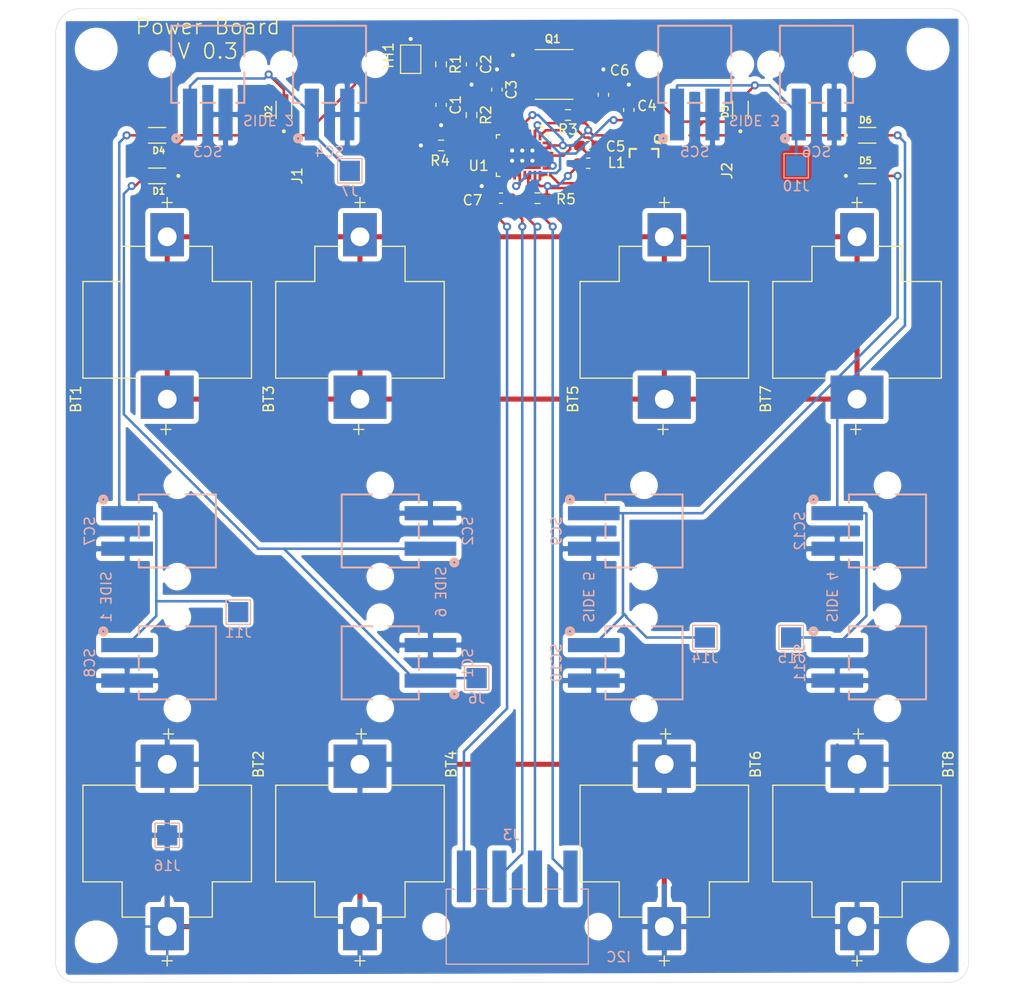
<source format=kicad_pcb>
(kicad_pcb (version 20211014) (generator pcbnew)
  (layers (0 "F.Cu" signal) (31 "B.Cu" signal) (36 "B.SilkS" user "B.Silkscreen") (37 "F.SilkS" user "F.Silkscreen") (38 "B.Mask" user) (39 "F.Mask" user) (44 "Edge.Cuts" user))
  (net 0 "")
  (net 1 "GND")
  (net 2 "Net-(C1-Pad1)")
  (net 3 "Net-(C2-Pad1)")
  (net 4 "Net-(C3-Pad2)")
  (net 5 "Net-(C4-Pad1)")
  (net 6 "Net-(C5-Pad2)")
  (net 7 "Net-(C5-Pad1)")
  (net 8 "Net-(C6-Pad1)")
  (net 9 "Net-(L1-Pad2)")
  (net 10 "Net-(Q1-Pad5_8)")
  (net 11 "Net-(Q1-Pad4)")
  (net 12 "Net-(Q2-Pad1)")
  (net 13 "Net-(R2-Pad2)")
  (net 14 "Net-(R2-Pad1)")
  (net 15 "Net-(R4-Pad2)")
  (net 16 "Net-(D1-Pad2)")
  (net 17 "Net-(D2-Pad2)")
  (net 18 "Net-(D3-Pad2)")
  (net 19 "Net-(D4-Pad2)")
  (net 20 "Net-(D5-Pad2)")
  (net 21 "Net-(D6-Pad2)")
  (net 22 "Net-(BT1-PadP1_1)")
  (net 23 "Net-(J3-Pad4)")
  (net 24 "Net-(J3-Pad3)")
  (net 25 "Net-(J3-Pad2)")
  (net 26 "Net-(J3-Pad1)")
  (footprint "254TR:BAT_254TR" (layer "F.Cu") (at 130 53 90)
    (fp_text reference "BT3")
    (fp_text value "254TR")
  )
  (footprint "254TR:BAT_254TR" (layer "F.Cu") (at 179 53 90)
    (fp_text reference "BT7")
    (fp_text value "254TR")
  )
  (footprint "254TR:BAT_254TR" (layer "F.Cu") (at 160 53 90)
    (fp_text reference "BT5")
    (fp_text value "254TR")
  )
  (footprint "Capacitor_SMD:C_0603_1608Metric_Pad1.08x0.95mm_HandSolder" (layer "F.Cu") (at 138 32 -90)
    (fp_text reference "C1")
    (fp_text value "150u")
  )
  (footprint "Capacitor_SMD:C_0603_1608Metric_Pad1.08x0.95mm_HandSolder" (layer "F.Cu") (at 141 28 -90)
    (fp_text reference "C2")
    (fp_text value "0.1u")
  )
  (footprint "Capacitor_SMD:C_0603_1608Metric_Pad1.08x0.95mm_HandSolder" (layer "F.Cu") (at 143.5 30.5 -90)
    (fp_text reference "C3")
    (fp_text value "1u")
  )
  (footprint "Capacitor_SMD:C_0603_1608Metric_Pad1.08x0.95mm_HandSolder" (layer "F.Cu") (at 156.5 32.5 90)
    (fp_text reference "C4")
    (fp_text value "4.7u")
  )
  (footprint "Capacitor_SMD:C_0603_1608Metric_Pad1.08x0.95mm_HandSolder" (layer "F.Cu") (at 152.5 36 180)
    (fp_text reference "C5")
    (fp_text value "22n")
  )
  (footprint "Capacitor_SMD:C_0603_1608Metric_Pad1.08x0.95mm_HandSolder" (layer "F.Cu") (at 154 31 90)
    (fp_text reference "C6")
    (fp_text value "10u")
  )
  (footprint "Capacitor_SMD:C_0603_1608Metric_Pad1.08x0.95mm_HandSolder" (layer "F.Cu") (at 143.9 41.2 180)
    (fp_text reference "C7")
    (fp_text value "10u")
  )
  (footprint "Connector_Wire:SolderWirePad_1x01_SMD_5x10mm" (layer "F.Cu") (at 120 39 -90)
    (fp_text reference "J1")
    (fp_text value "SystemLoad")
  )
  (footprint "Inductor_SMD:L_0603_1608Metric_Pad1.05x0.95mm_HandSolder" (layer "F.Cu") (at 152.5 37.75 180)
    (fp_text reference "L1")
    (fp_text value "4.7u")
  )
  (footprint "TQM110N:TRANS_TQM110NB04CR_RLG" (layer "F.Cu") (at 149 29)
    (fp_text reference "Q1")
    (fp_text value "TQM110NB04CR_RLG")
  )
  (footprint "2N7002:SOT23" (layer "F.Cu") (at 158 37)
    (fp_text reference "Q2")
    (fp_text value "2N7002*")
  )
  (footprint "Resistor_SMD:R_0603_1608Metric_Pad0.98x0.95mm_HandSolder" (layer "F.Cu") (at 138 28 -90)
    (fp_text reference "R1")
    (fp_text value "2.5")
  )
  (footprint "Resistor_SMD:R_0603_1608Metric_Pad0.98x0.95mm_HandSolder" (layer "F.Cu") (at 141 33 -90)
    (fp_text reference "R2")
    (fp_text value "16m")
  )
  (footprint "Resistor_SMD:R_0603_1608Metric_Pad0.98x0.95mm_HandSolder" (layer "F.Cu") (at 150.5 33 180)
    (fp_text reference "R3")
    (fp_text value "16m")
  )
  (footprint "Resistor_SMD:R_0603_1608Metric_Pad0.98x0.95mm_HandSolder" (layer "F.Cu") (at 138 36)
    (fp_text reference "R4")
    (fp_text value "63.4k")
  )
  (footprint "Resistor_SMD:R_0603_1608Metric_Pad0.98x0.95mm_HandSolder" (layer "F.Cu") (at 147.5 41.2)
    (fp_text reference "R5")
    (fp_text value "10m")
  )
  (footprint "Jumper:SolderJumper-2_P1.3mm_Open_Pad1.0x1.5mm" (layer "F.Cu") (at 135 27.5 90)
    (fp_text reference "TH1")
    (fp_text value "Thermistor_NTC")
  )
  (footprint "LTC4162:QFN50P500X400X80-29N" (layer "F.Cu") (at 146 37 -90)
    (fp_text reference "U1")
    (fp_text value "LTC4162")
  )
  (footprint "254TR:BAT_254TR" (layer "F.Cu") (at 111 105 -90)
    (fp_text reference "BT2")
    (fp_text value "254TR")
  )
  (footprint "254TR:BAT_254TR" (layer "F.Cu") (at 130 105 -90)
    (fp_text reference "BT4")
    (fp_text value "254TR")
  )
  (footprint "254TR:BAT_254TR" (layer "F.Cu") (at 160 105 -90)
    (fp_text reference "BT6")
    (fp_text value "254TR")
  )
  (footprint "254TR:BAT_254TR" (layer "F.Cu") (at 179 105 -90)
    (fp_text reference "BT8")
    (fp_text value "254TR")
  )
  (footprint "CUS520,H3F:DIO_CUS520,H3F" (layer "F.Cu") (at 122.5 32.5 90)
    (fp_text reference "D2")
    (fp_text value "D_Schottky_Small")
  )
  (footprint "CUS520,H3F:DIO_CUS520,H3F" (layer "F.Cu") (at 167.5 32.5 90)
    (fp_text reference "D3")
    (fp_text value "D_Schottky_Small")
  )
  (footprint "CUS520,H3F:DIO_CUS520,H3F" (layer "F.Cu") (at 110 35 180)
    (fp_text reference "D4")
    (fp_text value "D_Schottky_Small")
  )
  (footprint "CUS520,H3F:DIO_CUS520,H3F" (layer "F.Cu") (at 180 39)
    (fp_text reference "D5")
    (fp_text value "D_Schottky_Small")
  )
  (footprint "CUS520,H3F:DIO_CUS520,H3F" (layer "F.Cu") (at 180 35)
    (fp_text reference "D6")
    (fp_text value "D_Schottky_Small")
  )
  (footprint "Connector_Wire:SolderWirePad_1x01_SMD_5x10mm" (layer "F.Cu") (at 170 38.5 90)
    (fp_text reference "J2")
    (fp_text value "SystemLoad")
  )
  (footprint "CUS520,H3F:DIO_CUS520,H3F" (layer "F.Cu") (at 110 39 180)
    (fp_text reference "D1")
    (fp_text value "D_Schottky_Small")
  )
  (footprint "254TR:BAT_254TR" (layer "F.Cu") (at 111 53 90)
    (fp_text reference "BT1")
    (fp_text value "254TR")
  )
  (footprint "MountingHole:MountingHole_3.2mm_M3" (layer "F.Cu") (at 186 26.5)
    (fp_text reference "REF**" hide)
    (fp_text value "MountingHole_3.2mm_M3")
  )
  (footprint "MountingHole:MountingHole_3.2mm_M3" (layer "F.Cu") (at 104 26.5)
    (fp_text reference "REF**" hide)
    (fp_text value "MountingHole_3.2mm_M3")
  )
  (footprint "MountingHole:MountingHole_3.2mm_M3" (layer "F.Cu") (at 104 114.5)
    (fp_text reference "REF**" hide)
    (fp_text value "MountingHole_3.2mm_M3")
  )
  (footprint "MountingHole:MountingHole_3.2mm_M3" (layer "F.Cu") (at 186 114.5)
    (fp_text reference "REF**" hide)
    (fp_text value "MountingHole_3.2mm_M3")
  )
  (footprint "6915_1x2:691508110302" (layer "B.Cu") (at 115 28)
    (fp_text reference "SC3")
    (fp_text value "Solar_Cells")
  )
  (footprint "6915_1x2:691508110302" (layer "B.Cu") (at 127 28)
    (fp_text reference "SC4")
    (fp_text value "Solar_Cells")
  )
  (footprint "6915_1x2:691508110302" (layer "B.Cu") (at 163 28)
    (fp_text reference "SC5")
    (fp_text value "Solar_Cells")
  )
  (footprint "6915_1x2:691508110302" (layer "B.Cu") (at 112 74 -90)
    (fp_text reference "SC7")
    (fp_text value "Solar_Cells")
  )
  (footprint "6915_1x2:691508110302" (layer "B.Cu") (at 175 28)
    (fp_text reference "SC6")
    (fp_text value "Solar_Cells")
  )
  (footprint "6915_1x2:691508110302" (layer "B.Cu") (at 112 87 -90)
    (fp_text reference "SC8")
    (fp_text value "Solar_Cells")
  )
  (footprint "6915_1x2:691508110302" (layer "B.Cu") (at 158 74 -90)
    (fp_text reference "SC9")
    (fp_text value "Solar_Cells")
  )
  (footprint "6915_1x2:691508110302" (layer "B.Cu") (at 182 87 -90)
    (fp_text reference "SC11")
    (fp_text value "Solar_Cells")
  )
  (footprint "6915_1x2:691508110302" (layer "B.Cu") (at 158 87 -90)
    (fp_text reference "SC10")
    (fp_text value "Solar_Cells")
  )
  (footprint "6915_1x2:691508110302" (layer "B.Cu") (at 182 74 -90)
    (fp_text reference "SC12")
    (fp_text value "Solar_Cells")
  )
  (footprint "6915_1x2:691508110302" (layer "B.Cu") (at 132 74 90)
    (fp_text reference "SC2")
    (fp_text value "Solar_Cells")
  )
  (footprint "6915_1x2:691508110302" (layer "B.Cu") (at 132 87 90)
    (fp_text reference "SC1")
    (fp_text value "Solar_Cells")
  )
  (footprint "6915_1x4:691508110304" (layer "B.Cu") (at 145.5 113 180)
    (fp_text reference "J3")
    (fp_text value "I2C")
  )
  (footprint "TestPoint:TestPoint_Pad_2.0x2.0mm" (layer "B.Cu") (at 141.5 88.5)
    (fp_text reference "J6")
    (fp_text value "Test_Point")
  )
  (footprint "TestPoint:TestPoint_Pad_2.0x2.0mm" (layer "B.Cu") (at 129 38.5)
    (fp_text reference "J7")
    (fp_text value "Test_Point")
  )
  (footprint "TestPoint:TestPoint_Pad_2.0x2.0mm" (layer "B.Cu") (at 173 38)
    (fp_text reference "J10")
    (fp_text value "Test_Point")
  )
  (footprint "TestPoint:TestPoint_Pad_2.0x2.0mm" (layer "B.Cu") (at 118 82)
    (fp_text reference "J11")
    (fp_text value "Test_Point")
  )
  (footprint "TestPoint:TestPoint_Pad_2.0x2.0mm" (layer "B.Cu") (at 164 84.5)
    (fp_text reference "J14")
    (fp_text value "Test_Point")
  )
  (footprint "TestPoint:TestPoint_Pad_2.0x2.0mm" (layer "B.Cu") (at 172.5 84.5)
    (fp_text reference "J15")
    (fp_text value "Test_Point")
  )
  (footprint "TestPoint:TestPoint_Pad_2.0x2.0mm" (layer "B.Cu") (at 111 104)
    (fp_text reference "J16")
    (fp_text value "Test_Point_GND")
  )
  (gr_line (start 102 118.5) (end 188 118.5) (layer "Edge.Cuts") (width 0.05))
  (gr_line (start 190 116.5) (end 190 24.5) (layer "Edge.Cuts") (width 0.05))
  (gr_line (start 102.5 22.5) (end 188 22.5) (layer "Edge.Cuts") (width 0.05))
  (gr_arc (start 190 116.5) (mid 189.414214 117.914214) (end 188 118.5) (layer "Edge.Cuts") (width 0.05))
  (gr_line (start 100 116.5) (end 100 25) (layer "Edge.Cuts") (width 0.05))
  (gr_arc (start 102 118.5) (mid 100.585786 117.914214) (end 100 116.5) (layer "Edge.Cuts") (width 0.05))
  (gr_arc (start 100 25) (mid 100.732233 23.232233) (end 102.5 22.5) (layer "Edge.Cuts") (width 0.05))
  (gr_arc (start 188 22.5) (mid 189.414214 23.085786) (end 190 24.5) (layer "Edge.Cuts") (width 0.05))
  (gr_text "SIDE 5" (at 152.5 80.5 270) (layer "B.SilkS") (effects (font (size 1 1)) (justify mirror)))
  (gr_text "SIDE 6" (at 138 80 90) (layer "B.SilkS") (effects (font (size 1 1)) (justify mirror)))
  (gr_text "SIDE 1" (at 105 80.5 90) (layer "B.SilkS") (effects (font (size 1 1)) (justify mirror)))
  (gr_text "SIDE 4" (at 176.5 80.5 270) (layer "B.SilkS") (effects (font (size 1 1)) (justify mirror)))
  (gr_text "I2C" (at 155.5 116) (layer "B.SilkS") (effects (font (size 1 1)) (justify mirror)))
  (gr_text " SIDE 3" (at 168.5 33.5 180) (layer "B.SilkS") (effects (font (size 1 1)) (justify mirror)))
  (gr_text "SIDE 2" (at 121 33.5 180) (layer "B.SilkS") (effects (font (size 1 1)) (justify mirror)))
  (gr_text "Power Board\nV 0.3\n" (at 115 25.5) (layer "F.SilkS") (effects (font (size 1.5 1.5))))
  (segment (start 160 110.5) (end 160 111) (width 0.5) (layer "B.Cu") (net 0))
  (segment (start 130 110.5) (end 130 111.287499) (width 0.5) (layer "B.Cu") (net 0))
  (segment (start 160 111) (end 160 111.287499) (width 0.5) (layer "B.Cu") (net 0))
  (segment (start 160 109) (end 160 111) (width 0.5) (layer "B.Cu") (net 0))
  (segment (start 135 25.5) (end 135 25.5) (width 0.25) (layer "F.Cu") (net 1))
  (segment (start 136 36) (end 136 36) (width 0.25) (layer "F.Cu") (net 1))
  (segment (start 142 40) (end 142 40) (width 0.25) (layer "F.Cu") (net 1))
  (segment (start 141 30) (end 141 30) (width 0.25) (layer "F.Cu") (net 1))
  (segment (start 138 34) (end 138 34) (width 0.25) (layer "F.Cu") (net 1))
  (segment (start 143.5 28.5) (end 143.5 28.5) (width 0.25) (layer "F.Cu") (net 1))
  (segment (start 165 113) (end 174 113) (width 0.5) (layer "F.Cu") (net 1))
  (segment (start 135.175001 114.175001) (end 136 115) (width 0.5) (layer "F.Cu") (net 1))
  (segment (start 165 97) (end 174 97) (width 0.5) (layer "F.Cu") (net 1))
  (segment (start 135 97) (end 155 97) (width 0.5) (layer "F.Cu") (net 1))
  (segment (start 156 113) (end 155.75 113) (width 0.5) (layer "F.Cu") (net 1))
  (segment (start 160 97) (end 165 97) (width 0.5) (layer "F.Cu") (net 1))
  (segment (start 160 113) (end 156 113) (width 0.5) (layer "F.Cu") (net 1))
  (segment (start 130 113) (end 126 113) (width 0.5) (layer "F.Cu") (net 1))
  (segment (start 138 32.8625) (end 138 34) (width 0.25) (layer "F.Cu") (net 1))
  (segment (start 160 102) (end 160 97) (width 0.5) (layer "F.Cu") (net 1))
  (segment (start 111 97) (end 116 97) (width 0.5) (layer "F.Cu") (net 1))
  (segment (start 143.0375 41.0375) (end 142.6375 40.6375) (width 0.25) (layer "F.Cu") (net 1))
  (segment (start 174 113) (end 175 113) (width 0.5) (layer "F.Cu") (net 1))
  (segment (start 126 113) (end 125 113) (width 0.5) (layer "F.Cu") (net 1))
  (segment (start 148.435 38.25) (end 148.685 38) (width 0.25) (layer "F.Cu") (net 1))
  (segment (start 154 30.1375) (end 154 28.5) (width 0.25) (layer "F.Cu") (net 1))
  (segment (start 137.0875 36) (end 136 36) (width 0.25) (layer "F.Cu") (net 1))
  (segment (start 134 113) (end 135.175001 114.175001) (width 0.5) (layer "F.Cu") (net 1))
  (segment (start 125 97) (end 130 97) (width 0.5) (layer "F.Cu") (net 1))
  (segment (start 160 113) (end 160 109) (width 0.5) (layer "F.Cu") (net 1))
  (segment (start 155 97) (end 160 97) (width 0.5) (layer "F.Cu") (net 1))
  (segment (start 130 113) (end 130 109) (width 0.5) (layer "F.Cu") (net 1))
  (segment (start 141 28.8625) (end 141 30) (width 0.25) (layer "F.Cu") (net 1))
  (segment (start 179 109) (end 179 113) (width 0.5) (layer "F.Cu") (net 1))
  (segment (start 156.5 31.5) (end 156.5 30.3625) (width 0.25) (layer "F.Cu") (net 1))
  (segment (start 130 109) (end 130 102) (width 0.5) (layer "F.Cu") (net 1))
  (segment (start 115 113) (end 111 113) (width 0.5) (layer "F.Cu") (net 1))
  (segment (start 135 26.85) (end 135 25.5) (width 0.25) (layer "F.Cu") (net 1))
  (segment (start 134 113) (end 130 113) (width 0.5) (layer "F.Cu") (net 1))
  (segment (start 154.574999 114.175001) (end 155.75 113) (width 0.5) (layer "F.Cu") (net 1))
  (segment (start 142.6375 40.6375) (end 142 40) (width 0.25) (layer "F.Cu") (net 1))
  (segment (start 160 109) (end 160 102) (width 0.5) (layer "F.Cu") (net 1))
  (segment (start 160 113) (end 164 113) (width 0.5) (layer "F.Cu") (net 1))
  (segment (start 116 113) (end 115 113) (width 0.5) (layer "F.Cu") (net 1))
  (segment (start 164 113) (end 165 113) (width 0.5) (layer "F.Cu") (net 1))
  (segment (start 148.685 38) (end 149 38) (width 0.25) (layer "F.Cu") (net 1))
  (segment (start 111 102) (end 111 109) (width 0.5) (layer "F.Cu") (net 1))
  (segment (start 174 97) (end 179 97) (width 0.5) (layer "F.Cu") (net 1))
  (segment (start 116 97) (end 125 97) (width 0.5) (layer "F.Cu") (net 1))
  (segment (start 143.5 29.6375) (end 143.5 28.5) (width 0.25) (layer "F.Cu") (net 1))
  (segment (start 179 102) (end 179 109) (width 0.5) (layer "F.Cu") (net 1))
  (segment (start 130 97) (end 135 97) (width 0.5) (layer "F.Cu") (net 1))
  (segment (start 175 113) (end 179 113) (width 0.5) (layer "F.Cu") (net 1))
  (segment (start 136 115) (end 153.75 115) (width 0.5) (layer "F.Cu") (net 1))
  (segment (start 130 102) (end 130 97) (width 0.5) (layer "F.Cu") (net 1))
  (segment (start 153.75 115) (end 154.574999 114.175001) (width 0.5) (layer "F.Cu") (net 1))
  (segment (start 111 109) (end 111 113) (width 0.5) (layer "F.Cu") (net 1))
  (segment (start 179 97) (end 179 102) (width 0.5) (layer "F.Cu") (net 1))
  (segment (start 148.435 37.75) (end 148.685 38) (width 0.25) (layer "F.Cu") (net 1))
  (segment (start 125 113) (end 116 113) (width 0.5) (layer "F.Cu") (net 1))
  (segment (start 143.0375 41.2) (end 143.0375 41.0375) (width 0.25) (layer "F.Cu") (net 1))
  (segment (start 111 97) (end 111 102) (width 0.5) (layer "F.Cu") (net 1))
  (via (at 143.5 28.5) (size 0.8) (drill 0.4) (layers "F.Cu" "B.Cu") (net 1))
  (via (at 136 36) (size 0.8) (drill 0.4) (layers "F.Cu" "B.Cu") (net 1))
  (via (at 146 36.5) (size 0.8) (drill 0.4) (layers "F.Cu" "B.Cu") (net 1))
  (via (at 149 38) (size 0.8) (drill 0.4) (layers "F.Cu" "B.Cu") (net 1))
  (via (at 156.5 30) (size 0.8) (drill 0.4) (layers "F.Cu" "B.Cu") (net 1))
  (via (at 145 37.5) (size 0.8) (drill 0.4) (layers "F.Cu" "B.Cu") (net 1))
  (via (at 142 40) (size 0.8) (drill 0.4) (layers "F.Cu" "B.Cu") (net 1))
  (via (at 147 36.5) (size 0.8) (drill 0.4) (layers "F.Cu" "B.Cu") (net 1))
  (via (at 154 28.5) (size 0.8) (drill 0.4) (layers "F.Cu" "B.Cu") (net 1))
  (via (at 135 25.5) (size 0.8) (drill 0.4) (layers "F.Cu" "B.Cu") (net 1))
  (via (at 141 30) (size 0.8) (drill 0.4) (layers "F.Cu" "B.Cu") (net 1))
  (via (at 146 37.5) (size 0.8) (drill 0.4) (layers "F.Cu" "B.Cu") (net 1))
  (via (at 147 37.5) (size 0.8) (drill 0.4) (layers "F.Cu" "B.Cu") (net 1))
  (via (at 138 34) (size 0.8) (drill 0.4) (layers "F.Cu" "B.Cu") (net 1))
  (via (at 145 36.5) (size 0.8) (drill 0.4) (layers "F.Cu" "B.Cu") (net 1))
  (segment (start 129.177999 95.287499) (end 128 96.465498) (width 0.25) (layer "B.Cu") (net 1))
  (segment (start 130 116) (end 130 115) (width 0.5) (layer "B.Cu") (net 1))
  (segment (start 160 95) (end 160 94) (width 0.5) (layer "B.Cu") (net 1))
  (segment (start 130 95.287499) (end 130 94.287499) (width 0.5) (layer "B.Cu") (net 1))
  (segment (start 177.05 95.05) (end 179 97) (width 0.25) (layer "B.Cu") (net 1))
  (segment (start 157.5 113) (end 158.287499 113) (width 0.5) (layer "B.Cu") (net 1))
  (segment (start 111 109.5) (end 111 110.5) (width 0.5) (layer "B.Cu") (net 1))
  (segment (start 128 97) (end 126 97) (width 0.5) (layer "B.Cu") (net 1))
  (segment (start 162.5 113) (end 161.712501 113) (width 0.5) (layer "B.Cu") (net 1))
  (segment (start 111 116) (end 111 115) (width 0.25) (layer "B.Cu") (net 1))
  (segment (start 132 96.465498) (end 130.822001 95.287499) (width 0.25) (layer "B.Cu") (net 1))
  (segment (start 165 97) (end 160 97) (width 0.5) (layer "B.Cu") (net 1))
  (segment (start 113 97) (end 114 97) (width 0.5) (layer "B.Cu") (net 1))
  (segment (start 114 97) (end 115 97) (width 0.25) (layer "B.Cu") (net 1))
  (segment (start 160 97) (end 156 97) (width 0.5) (layer "B.Cu") (net 1))
  (segment (start 111 110.5) (end 111 111.287499) (width 0.5) (layer "B.Cu") (net 1))
  (segment (start 108 113) (end 109.287499 113) (width 0.25) (layer "B.Cu") (net 1))
  (segment (start 130 100) (end 130 99) (width 0.5) (layer "B.Cu") (net 1))
  (segment (start 181.5 113) (end 181 113) (width 0.5) (layer "B.Cu") (net 1))
  (segment (start 176 113) (end 177.287499 113) (width 0.5) (layer "B.Cu") (net 1))
  (segment (start 179 99) (end 179 101) (width 0.5) (layer "B.Cu") (net 1))
  (segment (start 113.5 113) (end 112.712501 113) (width 0.25) (layer "B.Cu") (net 1))
  (segment (start 143.5 31) (end 143.5 33.5) (width 0.25) (layer "B.Cu") (net 1))
  (segment (start 179 110) (end 179 111.287499) (width 0.5) (layer "B.Cu") (net 1))
  (segment (start 111 95) (end 111 94) (width 0.5) (layer "B.Cu") (net 1))
  (segment (start 130.822001 95.287499) (end 129.712501 95.287499) (width 0.25) (layer "B.Cu") (net 1))
  (segment (start 132.5 113) (end 131.712501 113) (width 0.5) (layer "B.Cu") (net 1))
  (segment (start 160 116) (end 160 115) (width 0.5) (layer "B.Cu") (net 1))
  (segment (start 129.712501 94.287499) (end 130 94) (width 0.25) (layer "B.Cu") (net 1))
  (segment (start 179 116) (end 179 115) (width 0.5) (layer "B.Cu") (net 1))
  (segment (start 109 97) (end 107 97) (width 0.5) (layer "B.Cu") (net 1))
  (segment (start 129.712501 95.287499) (end 129.177999 95.287499) (width 0.25) (layer "B.Cu") (net 1))
  (segment (start 179 95) (end 179 94) (width 0.5) (layer "B.Cu") (net 1))
  (segment (start 175 97) (end 175 96) (width 0.25) (layer "B.Cu") (net 1))
  (segment (start 181 97) (end 183 97) (width 0.5) (layer "B.Cu") (net 1))
  (segment (start 111 100) (end 111 99) (width 0.5) (layer "B.Cu") (net 1))
  (segment (start 134 97) (end 132 97) (width 0.5) (layer "B.Cu") (net 1))
  (segment (start 175 97) (end 177 97) (width 0.25) (layer "B.Cu") (net 1))
  (segment (start 181 113) (end 180.712501 113) (width 0.5) (layer "B.Cu") (net 1))
  (segment (start 179 97) (end 175 97) (width 0.5) (layer "B.Cu") (net 1))
  (segment (start 132 97) (end 132 96.465498) (width 0.25) (layer "B.Cu") (net 1))
  (segment (start 149 38) (end 148 37) (width 0.25) (layer "B.Cu") (net 1))
  (segment (start 160 99) (end 160 100) (width 0.5) (layer "B.Cu") (net 1))
  (segment (start 128 96.465498) (end 128 97) (width 0.25) (layer "B.Cu") (net 1))
  (segment (start 127.5 113) (end 128.287499 113) (width 0.5) (layer "B.Cu") (net 1))
  (segment (start 138 28.9125) (end 138 31.1375) (width 0.25) (layer "F.Cu") (net 2))
  (segment (start 140 24.75) (end 140 26.1375) (width 0.25) (layer "F.Cu") (net 3))
  (segment (start 146.33 27.095) (end 145.405 27.095) (width 0.25) (layer "F.Cu") (net 3))
  (segment (start 144.75 35.065) (end 144.75 31.25) (width 0.25) (layer "F.Cu") (net 3))
  (segment (start 163.85 33.65) (end 162.5 35) (width 0.25) (layer "F.Cu") (net 3))
  (segment (start 134 24.5) (end 137 24.5) (width 0.25) (layer "F.Cu") (net 3))
  (segment (start 137 24.5) (end 138 24.5) (width 0.25) (layer "F.Cu") (net 3))
  (segment (start 138 25.5) (end 137 24.5) (width 0.25) (layer "F.Cu") (net 3))
  (segment (start 176.5 35) (end 178.85 35) (width 0.25) (layer "F.Cu") (net 3))
  (segment (start 140.95 27.0875) (end 141 27.1375) (width 0.25) (layer "F.Cu") (net 3))
  (segment (start 133.260998 24.5) (end 134 24.5) (width 0.25) (layer "F.Cu") (net 3))
  (segment (start 145.405 27.095) (end 144.75 27.75) (width 0.25) (layer "F.Cu") (net 3))
  (segment (start 140.75 25.5) (end 140.25 25) (width 0.25) (layer "F.Cu") (net 3))
  (segment (start 111.15 36.85) (end 113 35) (width 0.25) (layer "F.Cu") (net 3))
  (segment (start 140.25 25) (end 140 24.75) (width 0.25) (layer "F.Cu") (net 3))
  (segment (start 129.5 27.5) (end 132.5 24.5) (width 0.25) (layer "F.Cu") (net 3))
  (segment (start 118 35) (end 120 35) (width 0.25) (layer "F.Cu") (net 3))
  (segment (start 153.25 25.5) (end 140.75 25.5) (width 0.25) (layer "F.Cu") (net 3))
  (segment (start 138 27.0875) (end 138 25.5) (width 0.25) (layer "F.Cu") (net 3))
  (segment (start 133.5 24.5) (end 134 24.5) (width 0.25) (layer "F.Cu") (net 3))
  (segment (start 129.5 30) (end 129.5 27.5) (width 0.25) (layer "F.Cu") (net 3))
  (segment (start 121.35 33.65) (end 120 35) (width 0.25) (layer "F.Cu") (net 3))
  (segment (start 139.75 24.5) (end 140.25 25) (width 0.25) (layer "F.Cu") (net 3))
  (segment (start 132.5 24.5) (end 133.5 24.5) (width 0.25) (layer "F.Cu") (net 3))
  (segment (start 145.635 29.635) (end 144.75 28.75) (width 0.25) (layer "F.Cu") (net 3))
  (segment (start 167.5 33.65) (end 164.15 33.65) (width 0.25) (layer "F.Cu") (net 3))
  (segment (start 162.5 35) (end 176.5 35) (width 0.25) (layer "F.Cu") (net 3))
  (segment (start 113 35) (end 111.15 35) (width 0.25) (layer "F.Cu") (net 3))
  (segment (start 122.5 33.65) (end 121.35 33.65) (width 0.25) (layer "F.Cu") (net 3))
  (segment (start 140 26.1375) (end 141 27.1375) (width 0.25) (layer "F.Cu") (net 3))
  (segment (start 144.75 27.75) (end 144.75 28.75) (width 0.25) (layer "F.Cu") (net 3))
  (segment (start 116.198564 35) (end 118 35) (width 0.25) (layer "F.Cu") (net 3))
  (segment (start 111.15 39) (end 111.15 36.85) (width 0.25) (layer "F.Cu") (net 3))
  (segment (start 144.75 27.75) (end 141.6125 27.75) (width 0.25) (layer "F.Cu") (net 3))
  (segment (start 161.4 33.65) (end 154.5 26.75) (width 0.25) (layer "F.Cu") (net 3))
  (segment (start 146.33 29.635) (end 145.635 29.635) (width 0.25) (layer "F.Cu") (net 3))
  (segment (start 154.5 26.75) (end 153.25 25.5) (width 0.25) (layer "F.Cu") (net 3))
  (segment (start 144.75 28.75) (end 144.75 31.25) (width 0.25) (layer "F.Cu") (net 3))
  (segment (start 138 27.0875) (end 140.95 27.0875) (width 0.25) (layer "F.Cu") (net 3))
  (segment (start 164.15 33.65) (end 163.85 33.65) (width 0.25) (layer "F.Cu") (net 3))
  (segment (start 116.198564 35) (end 116 35) (width 0.25) (layer "F.Cu") (net 3))
  (segment (start 138 24.5) (end 139.75 24.5) (width 0.25) (layer "F.Cu") (net 3))
  (segment (start 145.365 28.365) (end 144.75 27.75) (width 0.25) (layer "F.Cu") (net 3))
  (segment (start 120 35) (end 124.5 35) (width 0.25) (layer "F.Cu") (net 3))
  (segment (start 146.33 28.365) (end 145.365 28.365) (width 0.25) (layer "F.Cu") (net 3))
  (segment (start 178.85 39) (end 178.85 35) (width 0.25) (layer "F.Cu") (net 3))
  (segment (start 164.15 33.65) (end 161.4 33.65) (width 0.25) (layer "F.Cu") (net 3))
  (segment (start 124.5 35) (end 129.5 30) (width 0.25) (layer "F.Cu") (net 3))
  (segment (start 115 35) (end 113 35) (width 0.25) (layer "F.Cu") (net 3))
  (segment (start 116 35) (end 115 35) (width 0.25) (layer "F.Cu") (net 3))
  (segment (start 144.75 31.25) (end 144.75 31.75) (width 0.25) (layer "F.Cu") (net 3))
  (segment (start 141.6125 27.75) (end 141 27.1375) (width 0.25) (layer "F.Cu") (net 3))
  (segment (start 143.5 34.315) (end 144.25 35.065) (width 0.25) (layer "F.Cu") (net 4))
  (segment (start 143.5 33.3625) (end 143.5 34.315) (width 0.25) (layer "F.Cu") (net 4))
  (segment (start 145.4 40) (end 145.4 40) (width 0.25) (layer "F.Cu") (net 5))
  (segment (start 147.5 34) (end 147.5 34) (width 0.25) (layer "F.Cu") (net 5))
  (segment (start 147.25 34.551436) (end 147.5 34.301436) (width 0.25) (layer "F.Cu") (net 5))
  (segment (start 145.584315 39.815685) (end 145.4 40) (width 0.25) (layer "F.Cu") (net 5))
  (segment (start 147.5 34.301436) (end 147.5 34) (width 0.25) (layer "F.Cu") (net 5))
  (segment (start 145.25 38.935) (end 145.75 38.935) (width 0.25) (layer "F.Cu") (net 5))
  (segment (start 147.5 34.301436) (end 147.5 34.30999) (width 0.25) (layer "F.Cu") (net 5))
  (segment (start 155 33.5) (end 156.3625 33.5) (width 0.25) (layer "F.Cu") (net 5))
  (segment (start 145.75 39.815685) (end 145.75 38.935) (width 0.25) (layer "F.Cu") (net 5))
  (segment (start 156.3625 33.5) (end 156.5 33.3625) (width 0.25) (layer "F.Cu") (net 5))
  (segment (start 145.75 39.815685) (end 145.584315 39.815685) (width 0.25) (layer "F.Cu") (net 5))
  (segment (start 147.25 35.065) (end 147.25 34.551436) (width 0.25) (layer "F.Cu") (net 5))
  (via (at 147.5 34) (size 0.8) (drill 0.4) (layers "F.Cu" "B.Cu") (net 5))
  (via (at 145.4 40) (size 0.8) (drill 0.4) (layers "F.Cu" "B.Cu") (net 5))
  (via (at 155 33.5) (size 0.8) (drill 0.4) (layers "F.Cu" "B.Cu") (net 5))
  (segment (start 155 33.5) (end 155 33.5) (width 0.25) (layer "B.Cu") (net 5))
  (segment (start 145.4 40) (end 146.674999 38.725001) (width 0.25) (layer "B.Cu") (net 5))
  (segment (start 146.674999 38.725001) (end 149.348001 38.725001) (width 0.25) (layer "B.Cu") (net 5))
  (segment (start 147.5 34.573002) (end 147.5 34) (width 0.25) (layer "B.Cu") (net 5))
  (segment (start 149.725001 36.798003) (end 151.274999 36.798003) (width 0.25) (layer "B.Cu") (net 5))
  (segment (start 149.348001 38.725001) (end 149.725001 38.348001) (width 0.25) (layer "B.Cu") (net 5))
  (segment (start 154.573002 33.5) (end 155 33.5) (width 0.25) (layer "B.Cu") (net 5))
  (segment (start 149.725001 36.798003) (end 147.5 34.573002) (width 0.25) (layer "B.Cu") (net 5))
  (segment (start 151.274999 36.798003) (end 154.573002 33.5) (width 0.25) (layer "B.Cu") (net 5))
  (segment (start 145.573002 40) (end 145.4 40) (width 0.25) (layer "B.Cu") (net 5))
  (segment (start 149.725001 38.348001) (end 149.725001 36.798003) (width 0.25) (layer "B.Cu") (net 5))
  (segment (start 148.685 37) (end 148.435 36.75) (width 0.25) (layer "F.Cu") (net 6))
  (segment (start 150.073002 37) (end 150 37) (width 0.25) (layer "F.Cu") (net 6))
  (segment (start 150.725001 36.348001) (end 150.073002 37) (width 0.25) (layer "F.Cu") (net 6))
  (segment (start 148.685 37) (end 150 37) (width 0.25) (layer "F.Cu") (net 6))
  (segment (start 151.6375 36) (end 150.725001 36) (width 0.25) (layer "F.Cu") (net 6))
  (segment (start 148.435 37.25) (end 148.948564 37.25) (width 0.25) (layer "F.Cu") (net 6))
  (segment (start 151.6375 36) (end 151.6375 36.0125) (width 0.25) (layer "F.Cu") (net 6))
  (segment (start 148.435 37.25) (end 148.685 37) (width 0.25) (layer "F.Cu") (net 6))
  (segment (start 148.435 36.75) (end 148.948564 36.75) (width 0.25) (layer "F.Cu") (net 6))
  (segment (start 151.6375 36.0125) (end 153.375 37.75) (width 0.25) (layer "F.Cu") (net 6))
  (segment (start 150.725001 36) (end 150.725001 36.348001) (width 0.25) (layer "F.Cu") (net 6))
  (segment (start 152.151999 35.225001) (end 152.587501 35.225001) (width 0.25) (layer "F.Cu") (net 7))
  (segment (start 148.315 34.5) (end 151.426998 34.5) (width 0.25) (layer "F.Cu") (net 7))
  (segment (start 151.426998 34.5) (end 152.151999 35.225001) (width 0.25) (layer "F.Cu") (net 7))
  (segment (start 152.587501 35.225001) (end 153.3625 36) (width 0.25) (layer "F.Cu") (net 7))
  (segment (start 147.75 35.065) (end 148.315 34.5) (width 0.25) (layer "F.Cu") (net 7))
  (segment (start 147 33) (end 147 33) (width 0.25) (layer "F.Cu") (net 8))
  (segment (start 150 36) (end 150 36) (width 0.25) (layer "F.Cu") (net 8))
  (segment (start 152.5 34.5) (end 152.5 34.0875) (width 0.25) (layer "F.Cu") (net 8))
  (segment (start 148.685 36) (end 150 36) (width 0.25) (layer "F.Cu") (net 8))
  (segment (start 146.75 35.065) (end 146.24 34.555) (width 0.25) (layer "F.Cu") (net 8))
  (segment (start 152.5 34.0875) (end 152.20625 33.79375) (width 0.25) (layer "F.Cu") (net 8))
  (segment (start 153 35) (end 152.5 34.5) (width 0.25) (layer "F.Cu") (net 8))
  (segment (start 146.24 33.76) (end 147 33) (width 0.25) (layer "F.Cu") (net 8))
  (segment (start 152.19999 33.80001) (end 152.20625 33.79375) (width 0.25) (layer "F.Cu") (net 8))
  (segment (start 148.5 33.80001) (end 152.19999 33.80001) (width 0.25) (layer "F.Cu") (net 8))
  (segment (start 152.20625 33.79375) (end 151.4125 33) (width 0.25) (layer "F.Cu") (net 8))
  (segment (start 146.24 34.555) (end 146.24 34) (width 0.25) (layer "F.Cu") (net 8))
  (segment (start 152.20625 33.65625) (end 154 31.8625) (width 0.25) (layer "F.Cu") (net 8))
  (segment (start 158 35.9) (end 157.1 35) (width 0.25) (layer "F.Cu") (net 8))
  (segment (start 146.75 35.065) (end 146.75 34.551436) (width 0.25) (layer "F.Cu") (net 8))
  (segment (start 146.25 35.065) (end 146.25 34.635) (width 0.25) (layer "F.Cu") (net 8))
  (segment (start 152.20625 33.79375) (end 152.20625 33.65625) (width 0.25) (layer "F.Cu") (net 8))
  (segment (start 148.685 36) (end 148.435 35.75) (width 0.25) (layer "F.Cu") (net 8))
  (segment (start 157.1 35) (end 153 35) (width 0.25) (layer "F.Cu") (net 8))
  (segment (start 146.24 34) (end 146.24 33.76) (width 0.25) (layer "F.Cu") (net 8))
  (segment (start 148.435 36.25) (end 148.685 36) (width 0.25) (layer "F.Cu") (net 8))
  (via (at 152.5 34.5) (size 0.8) (drill 0.4) (layers "F.Cu" "B.Cu") (net 8))
  (via (at 150 36) (size 0.8) (drill 0.4) (layers "F.Cu" "B.Cu") (net 8))
  (via (at 147 33) (size 0.8) (drill 0.4) (layers "F.Cu" "B.Cu") (net 8))
  (segment (start 152.5 34.5) (end 152.5 34.5) (width 0.25) (layer "B.Cu") (net 8))
  (segment (start 150 35.426998) (end 147.573002 33) (width 0.25) (layer "B.Cu") (net 8))
  (segment (start 151 36) (end 151 35.926998) (width 0.25) (layer "B.Cu") (net 8))
  (segment (start 150 36) (end 150 35.426998) (width 0.25) (layer "B.Cu") (net 8))
  (segment (start 151 36) (end 152.5 34.5) (width 0.25) (layer "B.Cu") (net 8))
  (segment (start 150 36) (end 151 36) (width 0.25) (layer "B.Cu") (net 8))
  (segment (start 147.573002 33) (end 147 33) (width 0.25) (layer "B.Cu") (net 8))
  (segment (start 150.5 39) (end 150.5 39) (width 0.25) (layer "F.Cu") (net 9))
  (segment (start 148.4125 40.0875) (end 148.5 40) (width 0.25) (layer "F.Cu") (net 9))
  (segment (start 147.76359 40) (end 147.25 39.48641) (width 0.25) (layer "F.Cu") (net 9))
  (segment (start 156.87499 40.17501) (end 150.67499 40.17501) (width 0.25) (layer "F.Cu") (net 9))
  (segment (start 147.25 39.48641) (end 147.25 38.935) (width 0.25) (layer "F.Cu") (net 9))
  (segment (start 148.5 40) (end 147.76359 40) (width 0.25) (layer "F.Cu") (net 9))
  (segment (start 148.4125 41.2) (end 148.4125 40.0875) (width 0.25) (layer "F.Cu") (net 9))
  (segment (start 151.625 37.875) (end 150.5 39) (width 0.25) (layer "F.Cu") (net 9))
  (segment (start 148.7 40.2) (end 150.65 40.2) (width 0.25) (layer "F.Cu") (net 9))
  (segment (start 158.95 38.1) (end 156.87499 40.17501) (width 0.25) (layer "F.Cu") (net 9))
  (segment (start 151.625 37.75) (end 151.625 37.875) (width 0.25) (layer "F.Cu") (net 9))
  (segment (start 148.5 40) (end 148.7 40.2) (width 0.25) (layer "F.Cu") (net 9))
  (segment (start 150.67499 40.17501) (end 150.65 40.2) (width 0.25) (layer "F.Cu") (net 9))
  (via (at 150.5 39) (size 0.8) (drill 0.4) (layers "F.Cu" "B.Cu") (net 9))
  (via (at 148.5 40) (size 0.8) (drill 0.4) (layers "F.Cu" "B.Cu") (net 9))
  (segment (start 148.5 40) (end 148.5 40) (width 0.25) (layer "B.Cu") (net 9))
  (segment (start 149.5 40) (end 148.5 40) (width 0.25) (layer "B.Cu") (net 9))
  (segment (start 150.5 39) (end 149.5 40) (width 0.25) (layer "B.Cu") (net 9))
  (segment (start 145.78999 32.21001) (end 145.78999 35.02501) (width 0.25) (layer "F.Cu") (net 10))
  (segment (start 145.78999 35.02501) (end 145.75 35.065) (width 0.25) (layer "F.Cu") (net 10))
  (segment (start 149 31.301436) (end 148.301436 32) (width 0.25) (layer "F.Cu") (net 10))
  (segment (start 148.301436 32) (end 148.5875 32) (width 0.25) (layer "F.Cu") (net 10))
  (segment (start 149 29) (end 149 31.301436) (width 0.25) (layer "F.Cu") (net 10))
  (segment (start 146 32) (end 145.78999 32.21001) (width 0.25) (layer "F.Cu") (net 10))
  (segment (start 148.301436 32) (end 146 32) (width 0.25) (layer "F.Cu") (net 10))
  (segment (start 148.5875 32) (end 149.5875 33) (width 0.25) (layer "F.Cu") (net 10))
  (segment (start 145.25 35.065) (end 145.25 31.985) (width 0.25) (layer "F.Cu") (net 11))
  (segment (start 146.33 30.905) (end 145.25 31.985) (width 0.25) (layer "F.Cu") (net 11))
  (segment (start 155.424999 39.725001) (end 149.575001 39.725001) (width 0.25) (layer "F.Cu") (net 12))
  (segment (start 147.75 39.35) (end 147.75 38.935) (width 0.25) (layer "F.Cu") (net 12))
  (segment (start 149.575001 39.725001) (end 148.785 38.935) (width 0.25) (layer "F.Cu") (net 12))
  (segment (start 148.785 38.935) (end 147.75 38.935) (width 0.25) (layer "F.Cu") (net 12))
  (segment (start 157.05 38.1) (end 155.424999 39.725001) (width 0.25) (layer "F.Cu") (net 12))
  (segment (start 140.187499 34.725001) (end 141 33.9125) (width 0.25) (layer "F.Cu") (net 13))
  (segment (start 141 33.9125) (end 141 34.5) (width 0.25) (layer "F.Cu") (net 13))
  (segment (start 141 34.5) (end 142.75 36.25) (width 0.25) (layer "F.Cu") (net 13))
  (segment (start 141 33.5875) (end 141.4025 33.5875) (width 0.25) (layer "F.Cu") (net 13))
  (segment (start 136.5 33.573002) (end 136.5 29.65) (width 0.25) (layer "F.Cu") (net 13))
  (segment (start 136.5 29.65) (end 135 28.15) (width 0.25) (layer "F.Cu") (net 13))
  (segment (start 137.651999 34.725001) (end 136.5 33.573002) (width 0.25) (layer "F.Cu") (net 13))
  (segment (start 143.565 36.25) (end 142.75 36.25) (width 0.25) (layer "F.Cu") (net 13))
  (segment (start 140.187499 34.725001) (end 137.651999 34.725001) (width 0.25) (layer "F.Cu") (net 13))
  (segment (start 143.04999 35.23499) (end 143.04999 34.13749) (width 0.25) (layer "F.Cu") (net 14))
  (segment (start 143.04999 34.13749) (end 141 32.0875) (width 0.25) (layer "F.Cu") (net 14))
  (segment (start 143.565 35.75) (end 143.04999 35.23499) (width 0.25) (layer "F.Cu") (net 14))
  (segment (start 143.565 36.75) (end 143.051436 36.75) (width 0.25) (layer "F.Cu") (net 15))
  (segment (start 141.75 36.75) (end 141 36) (width 0.25) (layer "F.Cu") (net 15))
  (segment (start 143.565 36.75) (end 141.75 36.75) (width 0.25) (layer "F.Cu") (net 15))
  (segment (start 141 36) (end 138.9125 36) (width 0.25) (layer "F.Cu") (net 15))
  (segment (start 107.5 40) (end 107.85 40) (width 0.25) (layer "F.Cu") (net 16))
  (segment (start 107.85 40) (end 108.85 39) (width 0.25) (layer "F.Cu") (net 16))
  (via (at 107.5 40) (size 0.8) (drill 0.4) (layers "F.Cu" "B.Cu") (net 16))
  (segment (start 107.5 40) (end 106.725009 40.774991) (width 0.25) (layer "B.Cu") (net 16))
  (segment (start 107.5 40) (end 107.5 40) (width 0.25) (layer "B.Cu") (net 16))
  (segment (start 137.2 88.5) (end 136.95 88.75) (width 0.25) (layer "B.Cu") (net 16))
  (segment (start 106.725009 62.5) (end 119.975009 75.75) (width 0.25) (layer "B.Cu") (net 16))
  (segment (start 122.5 75.75) (end 135.5 88.75) (width 0.25) (layer "B.Cu") (net 16))
  (segment (start 141.5 88.5) (end 137.2 88.5) (width 0.25) (layer "B.Cu") (net 16))
  (segment (start 106.725009 40.774991) (end 106.725009 62.5) (width 0.25) (layer "B.Cu") (net 16))
  (segment (start 135.5 88.75) (end 136.95 88.75) (width 0.25) (layer "B.Cu") (net 16))
  (segment (start 122.5 75.75) (end 136.95 75.75) (width 0.25) (layer "B.Cu") (net 16))
  (segment (start 137.2 75.5) (end 136.95 75.75) (width 0.25) (layer "B.Cu") (net 16))
  (segment (start 119.975009 75.75) (end 122.5 75.75) (width 0.25) (layer "B.Cu") (net 16))
  (segment (start 121 29) (end 121 29) (width 0.25) (layer "F.Cu") (net 17))
  (segment (start 122.5 31.35) (end 122.5 30.5) (width 0.25) (layer "F.Cu") (net 17))
  (segment (start 122.5 30.5) (end 121 29) (width 0.25) (layer "F.Cu") (net 17))
  (via (at 121 29) (size 0.8) (drill 0.4) (layers "F.Cu" "B.Cu") (net 17))
  (segment (start 120.600001 29.399999) (end 114.000001 29.399999) (width 0.25) (layer "B.Cu") (net 17))
  (segment (start 121.699999 29.399999) (end 125.25 32.95) (width 0.25) (layer "B.Cu") (net 17))
  (segment (start 114.000001 29.399999) (end 113.25 30.15) (width 0.25) (layer "B.Cu") (net 17))
  (segment (start 129 38.5) (end 125.25 34.75) (width 0.25) (layer "B.Cu") (net 17))
  (segment (start 121 29) (end 120.600001 29.399999) (width 0.25) (layer "B.Cu") (net 17))
  (segment (start 121.399999 29.399999) (end 121.699999 29.399999) (width 0.25) (layer "B.Cu") (net 17))
  (segment (start 121 29) (end 121.399999 29.399999) (width 0.25) (layer "B.Cu") (net 17))
  (segment (start 125.25 34.75) (end 125.25 32.95) (width 0.25) (layer "B.Cu") (net 17))
  (segment (start 113.25 30.15) (end 113.25 32.95) (width 0.25) (layer "B.Cu") (net 17))
  (segment (start 167.5 31.35) (end 167.65 31.35) (width 0.25) (layer "F.Cu") (net 18))
  (segment (start 167.65 31.35) (end 168.925001 30.074999) (width 0.25) (layer "F.Cu") (net 18))
  (via (at 168.925001 30.074999) (size 0.8) (drill 0.4) (layers "F.Cu" "B.Cu") (net 18))
  (segment (start 168.925001 30.074999) (end 170.374999 30.074999) (width 0.25) (layer "B.Cu") (net 18))
  (segment (start 161.325001 30.074999) (end 168.925001 30.074999) (width 0.25) (layer "B.Cu") (net 18))
  (segment (start 170.374999 30.074999) (end 173.25 32.95) (width 0.25) (layer "B.Cu") (net 18))
  (segment (start 173 38) (end 173 33.2) (width 0.25) (layer "B.Cu") (net 18))
  (segment (start 173 33.2) (end 173.25 32.95) (width 0.25) (layer "B.Cu") (net 18))
  (segment (start 161.25 32.95) (end 161.25 30.15) (width 0.25) (layer "B.Cu") (net 18))
  (segment (start 161.25 30.15) (end 161.325001 30.074999) (width 0.25) (layer "B.Cu") (net 18))
  (segment (start 107 35) (end 107 35) (width 0.25) (layer "F.Cu") (net 19))
  (segment (start 108.85 35) (end 107 35) (width 0.25) (layer "F.Cu") (net 19))
  (via (at 107 35) (size 0.8) (drill 0.4) (layers "F.Cu" "B.Cu") (net 19))
  (segment (start 118 82) (end 116.925001 80.925001) (width 0.25) (layer "B.Cu") (net 19))
  (segment (start 107.05 72.25) (end 109.85 72.25) (width 0.25) (layer "B.Cu") (net 19))
  (segment (start 109.925001 80.925001) (end 109.925001 82.374999) (width 0.25) (layer "B.Cu") (net 19))
  (segment (start 109.925001 72.325001) (end 109.925001 80.925001) (width 0.25) (layer "B.Cu") (net 19))
  (segment (start 109.925001 82.374999) (end 107.05 85.25) (width 0.25) (layer "B.Cu") (net 19))
  (segment (start 106.274999 71.474999) (end 107.05 72.25) (width 0.25) (layer "B.Cu") (net 19))
  (segment (start 107 35) (end 106.274999 35.725001) (width 0.25) (layer "B.Cu") (net 19))
  (segment (start 116.925001 80.925001) (end 109.925001 80.925001) (width 0.25) (layer "B.Cu") (net 19))
  (segment (start 106.274999 35.725001) (end 106.274999 71.474999) (width 0.25) (layer "B.Cu") (net 19))
  (segment (start 109.85 72.25) (end 109.925001 72.325001) (width 0.25) (layer "B.Cu") (net 19))
  (segment (start 183 39) (end 183 39) (width 0.25) (layer "F.Cu") (net 20))
  (segment (start 181.15 39) (end 183 39) (width 0.25) (layer "F.Cu") (net 20))
  (via (at 183 39) (size 0.8) (drill 0.4) (layers "F.Cu" "B.Cu") (net 20))
  (segment (start 163.75 72.25) (end 183 53) (width 0.25) (layer "B.Cu") (net 20))
  (segment (start 153.05 85.25) (end 155.925001 82.374999) (width 0.25) (layer "B.Cu") (net 20))
  (segment (start 164 84.5) (end 158.260998 84.5) (width 0.25) (layer "B.Cu") (net 20))
  (segment (start 156.260998 82.5) (end 156.260998 82.410996) (width 0.25) (layer "B.Cu") (net 20))
  (segment (start 156.260998 82.410996) (end 155.925001 82.074999) (width 0.25) (layer "B.Cu") (net 20))
  (segment (start 183 53) (end 183 39) (width 0.25) (layer "B.Cu") (net 20))
  (segment (start 153.05 72.25) (end 163.75 72.25) (width 0.25) (layer "B.Cu") (net 20))
  (segment (start 158.260998 84.5) (end 156.260998 82.5) (width 0.25) (layer "B.Cu") (net 20))
  (segment (start 155.925001 82.374999) (end 155.925001 82.074999) (width 0.25) (layer "B.Cu") (net 20))
  (segment (start 155.925001 72.325001) (end 155.85 72.25) (width 0.25) (layer "B.Cu") (net 20))
  (segment (start 155.925001 82.074999) (end 155.925001 72.325001) (width 0.25) (layer "B.Cu") (net 20))
  (segment (start 155.85 72.25) (end 153.05 72.25) (width 0.25) (layer "B.Cu") (net 20))
  (segment (start 183 35) (end 183 35) (width 0.25) (layer "F.Cu") (net 21))
  (segment (start 181.15 35) (end 183 35) (width 0.25) (layer "F.Cu") (net 21))
  (via (at 183 35) (size 0.8) (drill 0.4) (layers "F.Cu" "B.Cu") (net 21))
  (segment (start 179.925001 72.325001) (end 179.85 72.25) (width 0.25) (layer "B.Cu") (net 21))
  (segment (start 177.05 60.415498) (end 183.725001 53.740497) (width 0.25) (layer "B.Cu") (net 21))
  (segment (start 176.3 84.5) (end 177.05 85.25) (width 0.25) (layer "B.Cu") (net 21))
  (segment (start 177.05 85.25) (end 179.925001 82.374999) (width 0.25) (layer "B.Cu") (net 21))
  (segment (start 183.725001 35.725001) (end 183 35) (width 0.25) (layer "B.Cu") (net 21))
  (segment (start 179.925001 82.374999) (end 179.925001 72.325001) (width 0.25) (layer "B.Cu") (net 21))
  (segment (start 183.725001 53.740497) (end 183.725001 35.725001) (width 0.25) (layer "B.Cu") (net 21))
  (segment (start 172.5 84.5) (end 176.3 84.5) (width 0.25) (layer "B.Cu") (net 21))
  (segment (start 177.05 72.25) (end 177.05 60.415498) (width 0.25) (layer "B.Cu") (net 21))
  (segment (start 179.85 72.25) (end 177.05 72.25) (width 0.25) (layer "B.Cu") (net 21))
  (segment (start 111 45) (end 111 61) (width 0.5) (layer "F.Cu") (net 22))
  (segment (start 130 45) (end 126 45) (width 0.5) (layer "F.Cu") (net 22))
  (segment (start 146.5 39.185) (end 146.75 38.935) (width 0.25) (layer "F.Cu") (net 22))
  (segment (start 163.5 45) (end 170 38.5) (width 0.5) (layer "F.Cu") (net 22))
  (segment (start 179 61) (end 160 61) (width 0.5) (layer "F.Cu") (net 22))
  (segment (start 146.9125 42) (end 148.5 42) (width 0.5) (layer "F.Cu") (net 22))
  (segment (start 179 45) (end 176.5 45) (width 0.5) (layer "F.Cu") (net 22))
  (segment (start 176.5 45) (end 170 38.5) (width 0.5) (layer "F.Cu") (net 22))
  (segment (start 148.5 42) (end 151.5 45) (width 0.5) (layer "F.Cu") (net 22))
  (segment (start 114 45) (end 120 39) (width 0.5) (layer "F.Cu") (net 22))
  (segment (start 146.5875 41.2) (end 146.5875 41.675) (width 0.25) (layer "F.Cu") (net 22))
  (segment (start 130 45) (end 130 61) (width 0.5) (layer "F.Cu") (net 22))
  (segment (start 151.5 45) (end 160 45) (width 0.5) (layer "F.Cu") (net 22))
  (segment (start 160 45) (end 163.5 45) (width 0.5) (layer "F.Cu") (net 22))
  (segment (start 144.7625 41.2) (end 146.5875 41.2) (width 0.25) (layer "F.Cu") (net 22))
  (segment (start 179 45) (end 179 61) (width 0.5) (layer "F.Cu") (net 22))
  (segment (start 146.25 38.935) (end 146.5 39.185) (width 0.25) (layer "F.Cu") (net 22))
  (segment (start 146.5 41.4125) (end 146.5875 41.5) (width 0.25) (layer "F.Cu") (net 22))
  (segment (start 160 45) (end 160 61) (width 0.5) (layer "F.Cu") (net 22))
  (segment (start 111 45) (end 114 45) (width 0.5) (layer "F.Cu") (net 22))
  (segment (start 146.5875 41.675) (end 146.9125 42) (width 0.5) (layer "F.Cu") (net 22))
  (segment (start 130 61) (end 160 61) (width 0.5) (layer "F.Cu") (net 22))
  (segment (start 146.5875 41.2) (end 146.5875 39.2725) (width 0.25) (layer "F.Cu") (net 22))
  (segment (start 126 45) (end 120 39) (width 0.5) (layer "F.Cu") (net 22))
  (segment (start 146.5875 39.2725) (end 146.5 39.185) (width 0.25) (layer "F.Cu") (net 22))
  (segment (start 111 61) (end 130 61) (width 0.5) (layer "F.Cu") (net 22))
  (segment (start 143 45) (end 151.5 45) (width 0.5) (layer "F.Cu") (net 22))
  (segment (start 130 45) (end 143 45) (width 0.5) (layer "F.Cu") (net 22))
  (segment (start 144.5 44) (end 144.5 44) (width 0.25) (layer "F.Cu") (net 23))
  (segment (start 143.565 37.25) (end 141.76777 37.25) (width 0.25) (layer "F.Cu") (net 23))
  (segment (start 139.924972 41.329712) (end 141.945289 43.350027) (width 0.25) (layer "F.Cu") (net 23))
  (segment (start 143.850027 43.350027) (end 144.5 44) (width 0.25) (layer "F.Cu") (net 23))
  (segment (start 139.92497 39.0928) (end 139.924971 39.092801) (width 0.25) (layer "F.Cu") (net 23))
  (segment (start 139.924971 39.092801) (end 139.924972 41.329712) (width 0.25) (layer "F.Cu") (net 23))
  (segment (start 141.945289 43.350027) (end 143.850027 43.350027) (width 0.25) (layer "F.Cu") (net 23))
  (segment (start 141.76777 37.25) (end 139.92497 39.0928) (width 0.25) (layer "F.Cu") (net 23))
  (via (at 144.5 44) (size 0.8) (drill 0.4) (layers "F.Cu" "B.Cu") (net 23))
  (segment (start 144.5 91.5) (end 144.5 44) (width 0.25) (layer "B.Cu") (net 23))
  (segment (start 140.25 95.75) (end 144.5 91.5) (width 0.25) (layer "B.Cu") (net 23))
  (segment (start 140.25 108.05) (end 140.25 95.75) (width 0.25) (layer "B.Cu") (net 23))
  (segment (start 146 43.27282) (end 146 44) (width 0.25) (layer "F.Cu") (net 24))
  (segment (start 143.565 37.75) (end 141.904178 37.75) (width 0.25) (layer "F.Cu") (net 24))
  (segment (start 140.37498 39.2792) (end 140.374981 41.143311) (width 0.25) (layer "F.Cu") (net 24))
  (segment (start 142.131688 42.900018) (end 145.627199 42.900019) (width 0.25) (layer "F.Cu") (net 24))
  (segment (start 140.374981 41.143311) (end 142.131688 42.900018) (width 0.25) (layer "F.Cu") (net 24))
  (segment (start 141.904178 37.75) (end 140.37498 39.2792) (width 0.25) (layer "F.Cu") (net 24))
  (segment (start 145.627199 42.900019) (end 146 43.27282) (width 0.25) (layer "F.Cu") (net 24))
  (via (at 146 44) (size 0.8) (drill 0.4) (layers "F.Cu" "B.Cu") (net 24))
  (segment (start 146 105.8) (end 143.75 108.05) (width 0.25) (layer "B.Cu") (net 24))
  (segment (start 146 44) (end 146 105.8) (width 0.25) (layer "B.Cu") (net 24))
  (segment (start 145.813599 42.450009) (end 147.36359 44) (width 0.25) (layer "F.Cu") (net 25))
  (segment (start 142.318089 42.450009) (end 145.813599 42.450009) (width 0.25) (layer "F.Cu") (net 25))
  (segment (start 140.82499 40.95691) (end 142.318089 42.450009) (width 0.25) (layer "F.Cu") (net 25))
  (segment (start 147.36359 44) (end 147.5 44) (width 0.25) (layer "F.Cu") (net 25))
  (segment (start 142.040588 38.25) (end 140.824989 39.465599) (width 0.25) (layer "F.Cu") (net 25))
  (segment (start 143.565 38.25) (end 142.040588 38.25) (width 0.25) (layer "F.Cu") (net 25))
  (segment (start 140.824989 39.465599) (end 140.82499 40.95691) (width 0.25) (layer "F.Cu") (net 25))
  (via (at 147.5 44) (size 0.8) (drill 0.4) (layers "F.Cu" "B.Cu") (net 25))
  (segment (start 147.25 44.25) (end 147.5 44) (width 0.25) (layer "B.Cu") (net 25))
  (segment (start 147.25 108.05) (end 147.25 44.25) (width 0.25) (layer "B.Cu") (net 25))
  (segment (start 141.991998 38.935) (end 141.274999 39.651999) (width 0.25) (layer "F.Cu") (net 26))
  (segment (start 146 42) (end 142.50449 42) (width 0.25) (layer "F.Cu") (net 26))
  (segment (start 144.25 38.935) (end 141.991998 38.935) (width 0.25) (layer "F.Cu") (net 26))
  (segment (start 141.274999 39.651999) (end 141.274999 40.770509) (width 0.25) (layer "F.Cu") (net 26))
  (segment (start 149 44) (end 148 43) (width 0.25) (layer "F.Cu") (net 26))
  (segment (start 142.50449 42) (end 141.274999 40.770509) (width 0.25) (layer "F.Cu") (net 26))
  (segment (start 147 43) (end 146 42) (width 0.25) (layer "F.Cu") (net 26))
  (segment (start 148 43) (end 147 43) (width 0.25) (layer "F.Cu") (net 26))
  (via (at 149 44) (size 0.8) (drill 0.4) (layers "F.Cu" "B.Cu") (net 26))
  (segment (start 149 44) (end 149 106.3) (width 0.25) (layer "B.Cu") (net 26))
  (segment (start 149 106.3) (end 150.75 108.05) (width 0.25) (layer "B.Cu") (net 26))
  (zone (net 1) (net_name "GND") (layer "B.Cu") (connect_pads (clearance 0.508)) (min_thickness 0.254) (fill yes (thermal_gap 0.508) (thermal_bridge_width 0.508))
    (polygon (pts (xy 113.5 109) (xy 114 117) (xy 107.5 116.5) (xy 108 108.5)))
  )
  (zone (net 1) (net_name "GND") (layer "B.Cu") (connect_pads (clearance 0.508)) (min_thickness 0.254) (fill yes (thermal_gap 0.508) (thermal_bridge_width 0.508))
    (polygon (pts (xy 144.5 38) (xy 143 38) (xy 143 36) (xy 144.5 36)))
  )
  (zone (net 1) (net_name "GND") (layer "B.Cu") (connect_pads (clearance 0.508)) (min_thickness 0.254) (fill yes (thermal_gap 0.508) (thermal_bridge_width 0.508))
    (polygon (pts (xy 161 110.5) (xy 159 110.5) (xy 159 109) (xy 161 109)))
  )
  (zone (net 1) (net_name "GND") (layer "B.Cu") (connect_pads (clearance 0.508)) (min_thickness 0.254) (fill yes (thermal_gap 0.508) (thermal_bridge_width 0.508))
    (polygon (pts (xy 112 110.5) (xy 110 110.5) (xy 110 109) (xy 112 109)))
  )
  (zone (net 1) (net_name "GND") (layer "B.Cu") (connect_pads (clearance 0.508)) (min_thickness 0.254) (fill yes (thermal_gap 0.508) (thermal_bridge_width 0.508))
    (polygon (pts (xy 189 117.5) (xy 101 117.75) (xy 101 23.75) (xy 189 23.5)))
  )
  (zone (net 1) (net_name "GND") (layer "B.Cu") (connect_pads (clearance 0.508)) (min_thickness 0.254) (fill yes (thermal_gap 0.508) (thermal_bridge_width 0.508))
    (polygon (pts (xy 148 38) (xy 144 38) (xy 144 36) (xy 148 36)))
  )
)
</source>
